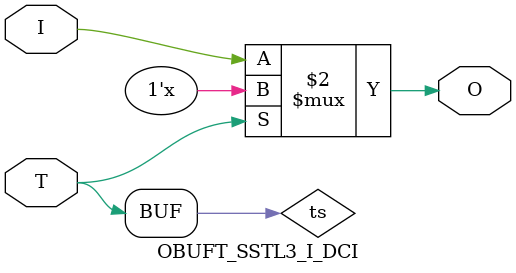
<source format=v>

/*

FUNCTION    : TRI-STATE OUTPUT BUFFER

*/

`celldefine
`timescale  100 ps / 10 ps

module OBUFT_SSTL3_I_DCI (O, I, T);

    output O;

    input  I, T;

    or O1 (ts, 1'b0, T);
    bufif0 T1 (O, I, ts);

endmodule

</source>
